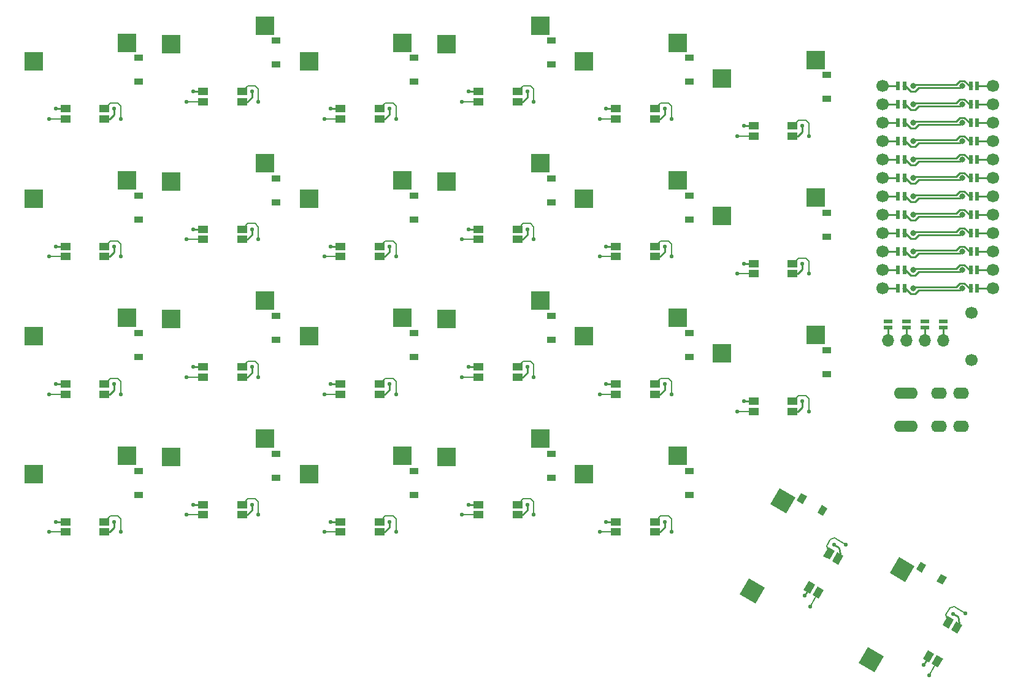
<source format=gbl>
G04 #@! TF.GenerationSoftware,KiCad,Pcbnew,8.0.8+1*
G04 #@! TF.CreationDate,2025-06-17T15:50:22+00:00*
G04 #@! TF.ProjectId,eggada50,65676761-6461-4353-902e-6b696361645f,0.2*
G04 #@! TF.SameCoordinates,Original*
G04 #@! TF.FileFunction,Copper,L2,Bot*
G04 #@! TF.FilePolarity,Positive*
%FSLAX46Y46*%
G04 Gerber Fmt 4.6, Leading zero omitted, Abs format (unit mm)*
G04 Created by KiCad (PCBNEW 8.0.8+1) date 2025-06-17 15:50:22*
%MOMM*%
%LPD*%
G01*
G04 APERTURE LIST*
G04 #@! TA.AperFunction,SMDPad,CuDef*
%ADD10R,2.550000X2.500000*%
G04 #@! TD*
G04 #@! TA.AperFunction,SMDPad,CuDef*
%ADD11R,1.200000X0.900000*%
G04 #@! TD*
G04 #@! TA.AperFunction,ComponentPad*
%ADD12C,1.700000*%
G04 #@! TD*
G04 #@! TA.AperFunction,ComponentPad*
%ADD13C,0.800000*%
G04 #@! TD*
G04 #@! TA.AperFunction,SMDPad,CuDef*
%ADD14R,0.600000X1.200000*%
G04 #@! TD*
G04 #@! TA.AperFunction,SMDPad,CuDef*
%ADD15R,1.200000X0.600000*%
G04 #@! TD*
G04 #@! TA.AperFunction,ComponentPad*
%ADD16O,1.700000X1.700000*%
G04 #@! TD*
G04 #@! TA.AperFunction,ComponentPad*
%ADD17O,2.200000X1.600000*%
G04 #@! TD*
G04 #@! TA.AperFunction,ComponentPad*
%ADD18O,3.300000X1.600000*%
G04 #@! TD*
G04 #@! TA.AperFunction,SMDPad,CuDef*
%ADD19R,1.400000X1.000000*%
G04 #@! TD*
G04 #@! TA.AperFunction,ViaPad*
%ADD20C,0.560000*%
G04 #@! TD*
G04 #@! TA.AperFunction,Conductor*
%ADD21C,0.250000*%
G04 #@! TD*
G04 #@! TA.AperFunction,Conductor*
%ADD22C,0.150000*%
G04 #@! TD*
G04 APERTURE END LIST*
D10*
X92915000Y-97460000D03*
X105842000Y-94920000D03*
X92915000Y-78460000D03*
X105842000Y-75920000D03*
X92915000Y-59460000D03*
X105842000Y-56920000D03*
X92915000Y-40460000D03*
X105842000Y-37920000D03*
X111915000Y-95085000D03*
X124842000Y-92545000D03*
X111915000Y-76085000D03*
X124842000Y-73545000D03*
X111915000Y-57085000D03*
X124842000Y-54545000D03*
X111915000Y-38085000D03*
X124842000Y-35545000D03*
X130915000Y-97460000D03*
X143842000Y-94920000D03*
X130915000Y-78460000D03*
X143842000Y-75920000D03*
X130915000Y-59460000D03*
X143842000Y-56920000D03*
X130915000Y-40460000D03*
X143842000Y-37920000D03*
X149915000Y-95085000D03*
X162842000Y-92545000D03*
X149915000Y-76085000D03*
X162842000Y-73545000D03*
X149915000Y-57085000D03*
X162842000Y-54545000D03*
X149915000Y-38085000D03*
X162842000Y-35545000D03*
X168915000Y-97460000D03*
X181842000Y-94920000D03*
X168915000Y-78460000D03*
X181842000Y-75920000D03*
X168915000Y-59460000D03*
X181842000Y-56920000D03*
X168915000Y-40460000D03*
X181842000Y-37920000D03*
X187915000Y-80835000D03*
X200842000Y-78295000D03*
X187915000Y-61835000D03*
X200842000Y-59295000D03*
X187915000Y-42835000D03*
X200842000Y-40295000D03*
G04 #@! TA.AperFunction,SMDPad,CuDef*
G36*
X192552827Y-115334972D02*
G01*
X190387763Y-114084972D01*
X191662763Y-111876608D01*
X193827827Y-113126608D01*
X192552827Y-115334972D01*
G37*
G04 #@! TD.AperFunction*
G04 #@! TA.AperFunction,SMDPad,CuDef*
G36*
X196816623Y-102869862D02*
G01*
X194651559Y-101619862D01*
X195926559Y-99411498D01*
X198091623Y-100661498D01*
X196816623Y-102869862D01*
G37*
G04 #@! TD.AperFunction*
G04 #@! TA.AperFunction,SMDPad,CuDef*
G36*
X209007310Y-124834972D02*
G01*
X206842246Y-123584972D01*
X208117246Y-121376608D01*
X210282310Y-122626608D01*
X209007310Y-124834972D01*
G37*
G04 #@! TD.AperFunction*
G04 #@! TA.AperFunction,SMDPad,CuDef*
G36*
X213271106Y-112369862D02*
G01*
X211106042Y-111119862D01*
X212381042Y-108911498D01*
X214546106Y-110161498D01*
X213271106Y-112369862D01*
G37*
G04 #@! TD.AperFunction*
D11*
X107400000Y-97025000D03*
X107400000Y-100325000D03*
X107400000Y-78025000D03*
X107400000Y-81325000D03*
X107400000Y-59025000D03*
X107400000Y-62325000D03*
X107400000Y-40025000D03*
X107400000Y-43325000D03*
X126400000Y-94650000D03*
X126400000Y-97950000D03*
X126400000Y-75650000D03*
X126400000Y-78950000D03*
X126400000Y-56650000D03*
X126400000Y-59950000D03*
X126400000Y-37650000D03*
X126400000Y-40950000D03*
X145400000Y-97025000D03*
X145400000Y-100325000D03*
X145400000Y-78025000D03*
X145400000Y-81325000D03*
X145400000Y-59025000D03*
X145400000Y-62325000D03*
X145400000Y-40025000D03*
X145400000Y-43325000D03*
X164400000Y-94650000D03*
X164400000Y-97950000D03*
X164400000Y-75650000D03*
X164400000Y-78950000D03*
X164400000Y-56650000D03*
X164400000Y-59950000D03*
X164400000Y-37650000D03*
X164400000Y-40950000D03*
X183400000Y-97025000D03*
X183400000Y-100325000D03*
X183400000Y-78025000D03*
X183400000Y-81325000D03*
X183400000Y-59025000D03*
X183400000Y-62325000D03*
X183400000Y-40025000D03*
X183400000Y-43325000D03*
X202400000Y-80400000D03*
X202400000Y-83700000D03*
X202400000Y-61400000D03*
X202400000Y-64700000D03*
X202400000Y-42400000D03*
X202400000Y-45700000D03*
G04 #@! TA.AperFunction,SMDPad,CuDef*
G36*
X199663285Y-100549297D02*
G01*
X199063285Y-101588527D01*
X198283863Y-101138527D01*
X198883863Y-100099297D01*
X199663285Y-100549297D01*
G37*
G04 #@! TD.AperFunction*
G04 #@! TA.AperFunction,SMDPad,CuDef*
G36*
X202521169Y-102199297D02*
G01*
X201921169Y-103238527D01*
X201141747Y-102788527D01*
X201741747Y-101749297D01*
X202521169Y-102199297D01*
G37*
G04 #@! TD.AperFunction*
G04 #@! TA.AperFunction,SMDPad,CuDef*
G36*
X216117768Y-110049297D02*
G01*
X215517768Y-111088527D01*
X214738346Y-110638527D01*
X215338346Y-109599297D01*
X216117768Y-110049297D01*
G37*
G04 #@! TD.AperFunction*
G04 #@! TA.AperFunction,SMDPad,CuDef*
G36*
X218975652Y-111699297D02*
G01*
X218375652Y-112738527D01*
X217596230Y-112288527D01*
X218196230Y-111249297D01*
X218975652Y-111699297D01*
G37*
G04 #@! TD.AperFunction*
D12*
X210084000Y-43920000D03*
X225324000Y-43920000D03*
D13*
X214304000Y-43920000D03*
X221104000Y-43920000D03*
D14*
X212224000Y-43920000D03*
X213124000Y-43920000D03*
X222284000Y-43920000D03*
X223184000Y-43920000D03*
D12*
X210084000Y-46460000D03*
X225324000Y-46460000D03*
D13*
X214304000Y-46460000D03*
X221104000Y-46460000D03*
D14*
X212224000Y-46460000D03*
X213124000Y-46460000D03*
X222284000Y-46460000D03*
X223184000Y-46460000D03*
D12*
X210084000Y-49000000D03*
X225324000Y-49000000D03*
D13*
X214304000Y-49000000D03*
X221104000Y-49000000D03*
D14*
X212224000Y-49000000D03*
X213124000Y-49000000D03*
X222284000Y-49000000D03*
X223184000Y-49000000D03*
D12*
X210084000Y-51540000D03*
X225324000Y-51540000D03*
D13*
X214304000Y-51540000D03*
X221104000Y-51540000D03*
D14*
X212224000Y-51540000D03*
X213124000Y-51540000D03*
X222284000Y-51540000D03*
X223184000Y-51540000D03*
D12*
X210084000Y-54080000D03*
X225324000Y-54080000D03*
D13*
X214304000Y-54080000D03*
X221104000Y-54080000D03*
D14*
X212224000Y-54080000D03*
X213124000Y-54080000D03*
X222284000Y-54080000D03*
X223184000Y-54080000D03*
D12*
X210084000Y-56620000D03*
X225324000Y-56620000D03*
D13*
X214304000Y-56620000D03*
X221104000Y-56620000D03*
D14*
X212224000Y-56620000D03*
X213124000Y-56620000D03*
X222284000Y-56620000D03*
X223184000Y-56620000D03*
D12*
X210084000Y-59160000D03*
X225324000Y-59160000D03*
D13*
X214304000Y-59160000D03*
X221104000Y-59160000D03*
D14*
X212224000Y-59160000D03*
X213124000Y-59160000D03*
X222284000Y-59160000D03*
X223184000Y-59160000D03*
D12*
X210084000Y-61700000D03*
X225324000Y-61700000D03*
D13*
X214304000Y-61700000D03*
X221104000Y-61700000D03*
D14*
X212224000Y-61700000D03*
X213124000Y-61700000D03*
X222284000Y-61700000D03*
X223184000Y-61700000D03*
D12*
X210084000Y-64240000D03*
X225324000Y-64240000D03*
D13*
X214304000Y-64240000D03*
X221104000Y-64240000D03*
D14*
X212224000Y-64240000D03*
X213124000Y-64240000D03*
X222284000Y-64240000D03*
X223184000Y-64240000D03*
D12*
X210084000Y-66780000D03*
X225324000Y-66780000D03*
D13*
X214304000Y-66780000D03*
X221104000Y-66780000D03*
D14*
X212224000Y-66780000D03*
X213124000Y-66780000D03*
X222284000Y-66780000D03*
X223184000Y-66780000D03*
D12*
X210084000Y-69320000D03*
X225324000Y-69320000D03*
D13*
X214304000Y-69320000D03*
X221104000Y-69320000D03*
D14*
X212224000Y-69320000D03*
X213124000Y-69320000D03*
X222284000Y-69320000D03*
X223184000Y-69320000D03*
D12*
X210084000Y-71860000D03*
X225324000Y-71860000D03*
D13*
X214304000Y-71860000D03*
X221104000Y-71860000D03*
D14*
X212224000Y-71860000D03*
X213124000Y-71860000D03*
X222284000Y-71860000D03*
X223184000Y-71860000D03*
D15*
X218457000Y-76358000D03*
X215917000Y-76358000D03*
X213377000Y-76358000D03*
X210837000Y-76358000D03*
X218457000Y-77258000D03*
X215917000Y-77258000D03*
X213377000Y-77258000D03*
X210837000Y-77258000D03*
D16*
X210837000Y-79008000D03*
X213377000Y-79008000D03*
X215917000Y-79008000D03*
X218457000Y-79008000D03*
D12*
X222350000Y-81751000D03*
X222350000Y-75251000D03*
D17*
X220910000Y-86260000D03*
X217910000Y-86260000D03*
D18*
X213360000Y-86260000D03*
D17*
X220910000Y-90860000D03*
X217910000Y-90860000D03*
D18*
X213360000Y-90860000D03*
D19*
X97300000Y-105450000D03*
X97300000Y-104050000D03*
X102700000Y-105450000D03*
X102700000Y-104050000D03*
X97300000Y-86450000D03*
X97300000Y-85050000D03*
X102700000Y-86450000D03*
X102700000Y-85050000D03*
X97300000Y-67450000D03*
X97300000Y-66050000D03*
X102700000Y-67450000D03*
X102700000Y-66050000D03*
X97300000Y-48450000D03*
X97300000Y-47050000D03*
X102700000Y-48450000D03*
X102700000Y-47050000D03*
X116300000Y-103075000D03*
X116300000Y-101675000D03*
X121700000Y-103075000D03*
X121700000Y-101675000D03*
X116300000Y-84075000D03*
X116300000Y-82675000D03*
X121700000Y-84075000D03*
X121700000Y-82675000D03*
X116300000Y-65075000D03*
X116300000Y-63675000D03*
X121700000Y-65075000D03*
X121700000Y-63675000D03*
X116300000Y-46075000D03*
X116300000Y-44675000D03*
X121700000Y-46075000D03*
X121700000Y-44675000D03*
X135300000Y-105450000D03*
X135300000Y-104050000D03*
X140700000Y-105450000D03*
X140700000Y-104050000D03*
X135300000Y-86450000D03*
X135300000Y-85050000D03*
X140700000Y-86450000D03*
X140700000Y-85050000D03*
X135300000Y-67450000D03*
X135300000Y-66050000D03*
X140700000Y-67450000D03*
X140700000Y-66050000D03*
X135300000Y-48450000D03*
X135300000Y-47050000D03*
X140700000Y-48450000D03*
X140700000Y-47050000D03*
X154300000Y-103075000D03*
X154300000Y-101675000D03*
X159700000Y-103075000D03*
X159700000Y-101675000D03*
X154300000Y-84075000D03*
X154300000Y-82675000D03*
X159700000Y-84075000D03*
X159700000Y-82675000D03*
X154300000Y-65075000D03*
X154300000Y-63675000D03*
X159700000Y-65075000D03*
X159700000Y-63675000D03*
X154300000Y-46075000D03*
X154300000Y-44675000D03*
X159700000Y-46075000D03*
X159700000Y-44675000D03*
X173300000Y-105450000D03*
X173300000Y-104050000D03*
X178700000Y-105450000D03*
X178700000Y-104050000D03*
X173300000Y-86450000D03*
X173300000Y-85050000D03*
X178700000Y-86450000D03*
X178700000Y-85050000D03*
X173300000Y-67450000D03*
X173300000Y-66050000D03*
X178700000Y-67450000D03*
X178700000Y-66050000D03*
X173300000Y-48450000D03*
X173300000Y-47050000D03*
X178700000Y-48450000D03*
X178700000Y-47050000D03*
X192300000Y-88825000D03*
X192300000Y-87425000D03*
X197700000Y-88825000D03*
X197700000Y-87425000D03*
X192300000Y-69825000D03*
X192300000Y-68425000D03*
X197700000Y-69825000D03*
X197700000Y-68425000D03*
X192300000Y-50825000D03*
X192300000Y-49425000D03*
X197700000Y-50825000D03*
X197700000Y-49425000D03*
G04 #@! TA.AperFunction,SMDPad,CuDef*
G36*
X201136826Y-112947051D02*
G01*
X202002852Y-113447051D01*
X201302852Y-114659487D01*
X200436826Y-114159487D01*
X201136826Y-112947051D01*
G37*
G04 #@! TD.AperFunction*
G04 #@! TA.AperFunction,SMDPad,CuDef*
G36*
X199924390Y-112247051D02*
G01*
X200790416Y-112747051D01*
X200090416Y-113959487D01*
X199224390Y-113459487D01*
X199924390Y-112247051D01*
G37*
G04 #@! TD.AperFunction*
G04 #@! TA.AperFunction,SMDPad,CuDef*
G36*
X203836826Y-108270513D02*
G01*
X204702852Y-108770513D01*
X204002852Y-109982949D01*
X203136826Y-109482949D01*
X203836826Y-108270513D01*
G37*
G04 #@! TD.AperFunction*
G04 #@! TA.AperFunction,SMDPad,CuDef*
G36*
X202624390Y-107570513D02*
G01*
X203490416Y-108070513D01*
X202790416Y-109282949D01*
X201924390Y-108782949D01*
X202624390Y-107570513D01*
G37*
G04 #@! TD.AperFunction*
G04 #@! TA.AperFunction,SMDPad,CuDef*
G36*
X217591308Y-122447051D02*
G01*
X218457334Y-122947051D01*
X217757334Y-124159487D01*
X216891308Y-123659487D01*
X217591308Y-122447051D01*
G37*
G04 #@! TD.AperFunction*
G04 #@! TA.AperFunction,SMDPad,CuDef*
G36*
X216378872Y-121747051D02*
G01*
X217244898Y-122247051D01*
X216544898Y-123459487D01*
X215678872Y-122959487D01*
X216378872Y-121747051D01*
G37*
G04 #@! TD.AperFunction*
G04 #@! TA.AperFunction,SMDPad,CuDef*
G36*
X220291308Y-117770513D02*
G01*
X221157334Y-118270513D01*
X220457334Y-119482949D01*
X219591308Y-118982949D01*
X220291308Y-117770513D01*
G37*
G04 #@! TD.AperFunction*
G04 #@! TA.AperFunction,SMDPad,CuDef*
G36*
X219078872Y-117070513D02*
G01*
X219944898Y-117570513D01*
X219244898Y-118782949D01*
X218378872Y-118282949D01*
X219078872Y-117070513D01*
G37*
G04 #@! TD.AperFunction*
D20*
X95940000Y-104050000D03*
X95050000Y-105450000D03*
X104060000Y-104050000D03*
X104950000Y-105450000D03*
X95940000Y-85050000D03*
X95050000Y-86450000D03*
X104060000Y-85050000D03*
X104950000Y-86450000D03*
X95940000Y-66050000D03*
X95050000Y-67450000D03*
X104060000Y-66050000D03*
X104950000Y-67450000D03*
X95940000Y-47050000D03*
X95050000Y-48450000D03*
X104060000Y-47050000D03*
X104950000Y-48450000D03*
X114940000Y-101675000D03*
X114050000Y-103075000D03*
X123060000Y-101675000D03*
X123950000Y-103075000D03*
X114940000Y-82675000D03*
X114050000Y-84075000D03*
X123060000Y-82675000D03*
X123950000Y-84075000D03*
X114940000Y-63675000D03*
X114050000Y-65075000D03*
X123060000Y-63675000D03*
X123950000Y-65075000D03*
X114940000Y-44675000D03*
X114050000Y-46075000D03*
X123060000Y-44675000D03*
X123950000Y-46075000D03*
X133940000Y-104050000D03*
X133050000Y-105450000D03*
X142060000Y-104050000D03*
X142950000Y-105450000D03*
X133940000Y-85050000D03*
X133050000Y-86450000D03*
X142060000Y-85050000D03*
X142950000Y-86450000D03*
X133940000Y-66050000D03*
X133050000Y-67450000D03*
X142060000Y-66050000D03*
X142950000Y-67450000D03*
X133940000Y-47050000D03*
X133050000Y-48450000D03*
X142060000Y-47050000D03*
X142950000Y-48450000D03*
X152940000Y-101675000D03*
X152050000Y-103075000D03*
X161060000Y-101675000D03*
X161950000Y-103075000D03*
X152940000Y-82675000D03*
X152050000Y-84075000D03*
X161060000Y-82675000D03*
X161950000Y-84075000D03*
X152940000Y-63675000D03*
X152050000Y-65075000D03*
X161060000Y-63675000D03*
X161950000Y-65075000D03*
X152940000Y-44675000D03*
X152050000Y-46075000D03*
X161060000Y-44675000D03*
X161950000Y-46075000D03*
X171940000Y-104050000D03*
X171050000Y-105450000D03*
X180060000Y-104050000D03*
X180950000Y-105450000D03*
X171940000Y-85050000D03*
X171050000Y-86450000D03*
X180060000Y-85050000D03*
X180950000Y-86450000D03*
X171940000Y-66050000D03*
X171050000Y-67450000D03*
X180060000Y-66050000D03*
X180950000Y-67450000D03*
X171940000Y-47050000D03*
X171050000Y-48450000D03*
X180060000Y-47050000D03*
X180950000Y-48450000D03*
X190940000Y-87425000D03*
X190050000Y-88825000D03*
X199060000Y-87425000D03*
X199950000Y-88825000D03*
X190940000Y-68425000D03*
X190050000Y-69825000D03*
X199060000Y-68425000D03*
X199950000Y-69825000D03*
X190940000Y-49425000D03*
X190050000Y-50825000D03*
X199060000Y-49425000D03*
X199950000Y-50825000D03*
X199327403Y-114281063D03*
X200094839Y-115751826D03*
X203387403Y-107248937D03*
X205044839Y-107178174D03*
X215781886Y-123781063D03*
X216549321Y-125251826D03*
X219841886Y-116748937D03*
X221499321Y-116678174D03*
D21*
X210084000Y-43920000D02*
X212204000Y-43920000D01*
X225324000Y-43920000D02*
X223204000Y-43920000D01*
X215099305Y-44150000D02*
X220874000Y-44150000D01*
X212929000Y-43920000D02*
X213278695Y-43920000D01*
X214003695Y-44645000D02*
X214604305Y-44645000D01*
X213278695Y-43920000D02*
X214003695Y-44645000D01*
X214604305Y-44645000D02*
X215099305Y-44150000D01*
X222479000Y-43920000D02*
X222129305Y-43920000D01*
X220298695Y-43700000D02*
X214524000Y-43700000D01*
X222129305Y-43920000D02*
X221404305Y-43195000D01*
X221404305Y-43195000D02*
X220803695Y-43195000D01*
X220803695Y-43195000D02*
X220298695Y-43700000D01*
X210084000Y-46460000D02*
X212204000Y-46460000D01*
X225324000Y-46460000D02*
X223204000Y-46460000D01*
X215099305Y-46690000D02*
X220874000Y-46690000D01*
X212929000Y-46460000D02*
X213278695Y-46460000D01*
X214003695Y-47185000D02*
X214604305Y-47185000D01*
X213278695Y-46460000D02*
X214003695Y-47185000D01*
X214604305Y-47185000D02*
X215099305Y-46690000D01*
X222479000Y-46460000D02*
X222129305Y-46460000D01*
X220298695Y-46240000D02*
X214524000Y-46240000D01*
X222129305Y-46460000D02*
X221404305Y-45735000D01*
X221404305Y-45735000D02*
X220803695Y-45735000D01*
X220803695Y-45735000D02*
X220298695Y-46240000D01*
X210084000Y-49000000D02*
X212204000Y-49000000D01*
X225324000Y-49000000D02*
X223204000Y-49000000D01*
X215099305Y-49230000D02*
X220874000Y-49230000D01*
X212929000Y-49000000D02*
X213278695Y-49000000D01*
X214003695Y-49725000D02*
X214604305Y-49725000D01*
X213278695Y-49000000D02*
X214003695Y-49725000D01*
X214604305Y-49725000D02*
X215099305Y-49230000D01*
X222479000Y-49000000D02*
X222129305Y-49000000D01*
X220298695Y-48780000D02*
X214524000Y-48780000D01*
X222129305Y-49000000D02*
X221404305Y-48275000D01*
X221404305Y-48275000D02*
X220803695Y-48275000D01*
X220803695Y-48275000D02*
X220298695Y-48780000D01*
X210084000Y-51540000D02*
X212204000Y-51540000D01*
X225324000Y-51540000D02*
X223204000Y-51540000D01*
X215099305Y-51770000D02*
X220874000Y-51770000D01*
X212929000Y-51540000D02*
X213278695Y-51540000D01*
X214003695Y-52265000D02*
X214604305Y-52265000D01*
X213278695Y-51540000D02*
X214003695Y-52265000D01*
X214604305Y-52265000D02*
X215099305Y-51770000D01*
X222479000Y-51540000D02*
X222129305Y-51540000D01*
X220298695Y-51320000D02*
X214524000Y-51320000D01*
X222129305Y-51540000D02*
X221404305Y-50815000D01*
X221404305Y-50815000D02*
X220803695Y-50815000D01*
X220803695Y-50815000D02*
X220298695Y-51320000D01*
X210084000Y-54080000D02*
X212204000Y-54080000D01*
X225324000Y-54080000D02*
X223204000Y-54080000D01*
X215099305Y-54310000D02*
X220874000Y-54310000D01*
X212929000Y-54080000D02*
X213278695Y-54080000D01*
X214003695Y-54805000D02*
X214604305Y-54805000D01*
X213278695Y-54080000D02*
X214003695Y-54805000D01*
X214604305Y-54805000D02*
X215099305Y-54310000D01*
X222479000Y-54080000D02*
X222129305Y-54080000D01*
X220298695Y-53860000D02*
X214524000Y-53860000D01*
X222129305Y-54080000D02*
X221404305Y-53355000D01*
X221404305Y-53355000D02*
X220803695Y-53355000D01*
X220803695Y-53355000D02*
X220298695Y-53860000D01*
X210084000Y-56620000D02*
X212204000Y-56620000D01*
X225324000Y-56620000D02*
X223204000Y-56620000D01*
X215099305Y-56850000D02*
X220874000Y-56850000D01*
X212929000Y-56620000D02*
X213278695Y-56620000D01*
X214003695Y-57345000D02*
X214604305Y-57345000D01*
X213278695Y-56620000D02*
X214003695Y-57345000D01*
X214604305Y-57345000D02*
X215099305Y-56850000D01*
X222479000Y-56620000D02*
X222129305Y-56620000D01*
X220298695Y-56400000D02*
X214524000Y-56400000D01*
X222129305Y-56620000D02*
X221404305Y-55895000D01*
X221404305Y-55895000D02*
X220803695Y-55895000D01*
X220803695Y-55895000D02*
X220298695Y-56400000D01*
X210084000Y-59160000D02*
X212204000Y-59160000D01*
X225324000Y-59160000D02*
X223204000Y-59160000D01*
X215099305Y-59390000D02*
X220874000Y-59390000D01*
X212929000Y-59160000D02*
X213278695Y-59160000D01*
X214003695Y-59885000D02*
X214604305Y-59885000D01*
X213278695Y-59160000D02*
X214003695Y-59885000D01*
X214604305Y-59885000D02*
X215099305Y-59390000D01*
X222479000Y-59160000D02*
X222129305Y-59160000D01*
X220298695Y-58940000D02*
X214524000Y-58940000D01*
X222129305Y-59160000D02*
X221404305Y-58435000D01*
X221404305Y-58435000D02*
X220803695Y-58435000D01*
X220803695Y-58435000D02*
X220298695Y-58940000D01*
X210084000Y-61700000D02*
X212204000Y-61700000D01*
X225324000Y-61700000D02*
X223204000Y-61700000D01*
X215099305Y-61930000D02*
X220874000Y-61930000D01*
X212929000Y-61700000D02*
X213278695Y-61700000D01*
X214003695Y-62425000D02*
X214604305Y-62425000D01*
X213278695Y-61700000D02*
X214003695Y-62425000D01*
X214604305Y-62425000D02*
X215099305Y-61930000D01*
X222479000Y-61700000D02*
X222129305Y-61700000D01*
X220298695Y-61480000D02*
X214524000Y-61480000D01*
X222129305Y-61700000D02*
X221404305Y-60975000D01*
X221404305Y-60975000D02*
X220803695Y-60975000D01*
X220803695Y-60975000D02*
X220298695Y-61480000D01*
X210084000Y-64240000D02*
X212204000Y-64240000D01*
X225324000Y-64240000D02*
X223204000Y-64240000D01*
X215099305Y-64470000D02*
X220874000Y-64470000D01*
X212929000Y-64240000D02*
X213278695Y-64240000D01*
X214003695Y-64965000D02*
X214604305Y-64965000D01*
X213278695Y-64240000D02*
X214003695Y-64965000D01*
X214604305Y-64965000D02*
X215099305Y-64470000D01*
X222479000Y-64240000D02*
X222129305Y-64240000D01*
X220298695Y-64020000D02*
X214524000Y-64020000D01*
X222129305Y-64240000D02*
X221404305Y-63515000D01*
X221404305Y-63515000D02*
X220803695Y-63515000D01*
X220803695Y-63515000D02*
X220298695Y-64020000D01*
X210084000Y-66780000D02*
X212204000Y-66780000D01*
X225324000Y-66780000D02*
X223204000Y-66780000D01*
X215099305Y-67010000D02*
X220874000Y-67010000D01*
X212929000Y-66780000D02*
X213278695Y-66780000D01*
X214003695Y-67505000D02*
X214604305Y-67505000D01*
X213278695Y-66780000D02*
X214003695Y-67505000D01*
X214604305Y-67505000D02*
X215099305Y-67010000D01*
X222479000Y-66780000D02*
X222129305Y-66780000D01*
X220298695Y-66560000D02*
X214524000Y-66560000D01*
X222129305Y-66780000D02*
X221404305Y-66055000D01*
X221404305Y-66055000D02*
X220803695Y-66055000D01*
X220803695Y-66055000D02*
X220298695Y-66560000D01*
X210084000Y-69320000D02*
X212204000Y-69320000D01*
X225324000Y-69320000D02*
X223204000Y-69320000D01*
X215099305Y-69550000D02*
X220874000Y-69550000D01*
X212929000Y-69320000D02*
X213278695Y-69320000D01*
X214003695Y-70045000D02*
X214604305Y-70045000D01*
X213278695Y-69320000D02*
X214003695Y-70045000D01*
X214604305Y-70045000D02*
X215099305Y-69550000D01*
X222479000Y-69320000D02*
X222129305Y-69320000D01*
X220298695Y-69100000D02*
X214524000Y-69100000D01*
X222129305Y-69320000D02*
X221404305Y-68595000D01*
X221404305Y-68595000D02*
X220803695Y-68595000D01*
X220803695Y-68595000D02*
X220298695Y-69100000D01*
X210084000Y-71860000D02*
X212204000Y-71860000D01*
X225324000Y-71860000D02*
X223204000Y-71860000D01*
X215099305Y-72090000D02*
X220874000Y-72090000D01*
X212929000Y-71860000D02*
X213278695Y-71860000D01*
X214003695Y-72585000D02*
X214604305Y-72585000D01*
X213278695Y-71860000D02*
X214003695Y-72585000D01*
X214604305Y-72585000D02*
X215099305Y-72090000D01*
X222479000Y-71860000D02*
X222129305Y-71860000D01*
X220298695Y-71640000D02*
X214524000Y-71640000D01*
X222129305Y-71860000D02*
X221404305Y-71135000D01*
X221404305Y-71135000D02*
X220803695Y-71135000D01*
X220803695Y-71135000D02*
X220298695Y-71640000D01*
X210837000Y-79008000D02*
X210837000Y-77258000D01*
X213377000Y-79008000D02*
X213377000Y-77258000D01*
X215917000Y-79008000D02*
X215917000Y-77258000D01*
X218457000Y-79008000D02*
X218457000Y-77258000D01*
X97300000Y-104050000D02*
X95940000Y-104050000D01*
D22*
X95050000Y-105450000D02*
X97300000Y-105450000D01*
D21*
X103400000Y-105450000D02*
X104060000Y-104855916D01*
X104060000Y-104855916D02*
X104060000Y-104050000D01*
X102700000Y-105450000D02*
X103400000Y-105450000D01*
D22*
X102700000Y-104050000D02*
X103481000Y-103265000D01*
X103481000Y-103265000D02*
X104529000Y-103265000D01*
X104950000Y-103690000D02*
X104950000Y-105450000D01*
X104529000Y-103265000D02*
X104950000Y-103690000D01*
D21*
X97300000Y-85050000D02*
X95940000Y-85050000D01*
D22*
X95050000Y-86450000D02*
X97300000Y-86450000D01*
D21*
X103400000Y-86450000D02*
X104060000Y-85855916D01*
X104060000Y-85855916D02*
X104060000Y-85050000D01*
X102700000Y-86450000D02*
X103400000Y-86450000D01*
D22*
X102700000Y-85050000D02*
X103481000Y-84265000D01*
X103481000Y-84265000D02*
X104529000Y-84265000D01*
X104950000Y-84690000D02*
X104950000Y-86450000D01*
X104529000Y-84265000D02*
X104950000Y-84690000D01*
D21*
X97300000Y-66050000D02*
X95940000Y-66050000D01*
D22*
X95050000Y-67450000D02*
X97300000Y-67450000D01*
D21*
X103400000Y-67450000D02*
X104060000Y-66855916D01*
X104060000Y-66855916D02*
X104060000Y-66050000D01*
X102700000Y-67450000D02*
X103400000Y-67450000D01*
D22*
X102700000Y-66050000D02*
X103481000Y-65265000D01*
X103481000Y-65265000D02*
X104529000Y-65265000D01*
X104950000Y-65690000D02*
X104950000Y-67450000D01*
X104529000Y-65265000D02*
X104950000Y-65690000D01*
D21*
X97300000Y-47050000D02*
X95940000Y-47050000D01*
D22*
X95050000Y-48450000D02*
X97300000Y-48450000D01*
D21*
X103400000Y-48450000D02*
X104060000Y-47855916D01*
X104060000Y-47855916D02*
X104060000Y-47050000D01*
X102700000Y-48450000D02*
X103400000Y-48450000D01*
D22*
X102700000Y-47050000D02*
X103481000Y-46265000D01*
X103481000Y-46265000D02*
X104529000Y-46265000D01*
X104950000Y-46690000D02*
X104950000Y-48450000D01*
X104529000Y-46265000D02*
X104950000Y-46690000D01*
D21*
X116300000Y-101675000D02*
X114940000Y-101675000D01*
D22*
X114050000Y-103075000D02*
X116300000Y-103075000D01*
D21*
X122400000Y-103075000D02*
X123060000Y-102480916D01*
X123060000Y-102480916D02*
X123060000Y-101675000D01*
X121700000Y-103075000D02*
X122400000Y-103075000D01*
D22*
X121700000Y-101675000D02*
X122481000Y-100890000D01*
X122481000Y-100890000D02*
X123529000Y-100890000D01*
X123950000Y-101315000D02*
X123950000Y-103075000D01*
X123529000Y-100890000D02*
X123950000Y-101315000D01*
D21*
X116300000Y-82675000D02*
X114940000Y-82675000D01*
D22*
X114050000Y-84075000D02*
X116300000Y-84075000D01*
D21*
X122400000Y-84075000D02*
X123060000Y-83480916D01*
X123060000Y-83480916D02*
X123060000Y-82675000D01*
X121700000Y-84075000D02*
X122400000Y-84075000D01*
D22*
X121700000Y-82675000D02*
X122481000Y-81890000D01*
X122481000Y-81890000D02*
X123529000Y-81890000D01*
X123950000Y-82315000D02*
X123950000Y-84075000D01*
X123529000Y-81890000D02*
X123950000Y-82315000D01*
D21*
X116300000Y-63675000D02*
X114940000Y-63675000D01*
D22*
X114050000Y-65075000D02*
X116300000Y-65075000D01*
D21*
X122400000Y-65075000D02*
X123060000Y-64480916D01*
X123060000Y-64480916D02*
X123060000Y-63675000D01*
X121700000Y-65075000D02*
X122400000Y-65075000D01*
D22*
X121700000Y-63675000D02*
X122481000Y-62890000D01*
X122481000Y-62890000D02*
X123529000Y-62890000D01*
X123950000Y-63315000D02*
X123950000Y-65075000D01*
X123529000Y-62890000D02*
X123950000Y-63315000D01*
D21*
X116300000Y-44675000D02*
X114940000Y-44675000D01*
D22*
X114050000Y-46075000D02*
X116300000Y-46075000D01*
D21*
X122400000Y-46075000D02*
X123060000Y-45480916D01*
X123060000Y-45480916D02*
X123060000Y-44675000D01*
X121700000Y-46075000D02*
X122400000Y-46075000D01*
D22*
X121700000Y-44675000D02*
X122481000Y-43890000D01*
X122481000Y-43890000D02*
X123529000Y-43890000D01*
X123950000Y-44315000D02*
X123950000Y-46075000D01*
X123529000Y-43890000D02*
X123950000Y-44315000D01*
D21*
X135300000Y-104050000D02*
X133940000Y-104050000D01*
D22*
X133050000Y-105450000D02*
X135300000Y-105450000D01*
D21*
X141400000Y-105450000D02*
X142060000Y-104855916D01*
X142060000Y-104855916D02*
X142060000Y-104050000D01*
X140700000Y-105450000D02*
X141400000Y-105450000D01*
D22*
X140700000Y-104050000D02*
X141481000Y-103265000D01*
X141481000Y-103265000D02*
X142529000Y-103265000D01*
X142950000Y-103690000D02*
X142950000Y-105450000D01*
X142529000Y-103265000D02*
X142950000Y-103690000D01*
D21*
X135300000Y-85050000D02*
X133940000Y-85050000D01*
D22*
X133050000Y-86450000D02*
X135300000Y-86450000D01*
D21*
X141400000Y-86450000D02*
X142060000Y-85855916D01*
X142060000Y-85855916D02*
X142060000Y-85050000D01*
X140700000Y-86450000D02*
X141400000Y-86450000D01*
D22*
X140700000Y-85050000D02*
X141481000Y-84265000D01*
X141481000Y-84265000D02*
X142529000Y-84265000D01*
X142950000Y-84690000D02*
X142950000Y-86450000D01*
X142529000Y-84265000D02*
X142950000Y-84690000D01*
D21*
X135300000Y-66050000D02*
X133940000Y-66050000D01*
D22*
X133050000Y-67450000D02*
X135300000Y-67450000D01*
D21*
X141400000Y-67450000D02*
X142060000Y-66855916D01*
X142060000Y-66855916D02*
X142060000Y-66050000D01*
X140700000Y-67450000D02*
X141400000Y-67450000D01*
D22*
X140700000Y-66050000D02*
X141481000Y-65265000D01*
X141481000Y-65265000D02*
X142529000Y-65265000D01*
X142950000Y-65690000D02*
X142950000Y-67450000D01*
X142529000Y-65265000D02*
X142950000Y-65690000D01*
D21*
X135300000Y-47050000D02*
X133940000Y-47050000D01*
D22*
X133050000Y-48450000D02*
X135300000Y-48450000D01*
D21*
X141400000Y-48450000D02*
X142060000Y-47855916D01*
X142060000Y-47855916D02*
X142060000Y-47050000D01*
X140700000Y-48450000D02*
X141400000Y-48450000D01*
D22*
X140700000Y-47050000D02*
X141481000Y-46265000D01*
X141481000Y-46265000D02*
X142529000Y-46265000D01*
X142950000Y-46690000D02*
X142950000Y-48450000D01*
X142529000Y-46265000D02*
X142950000Y-46690000D01*
D21*
X154300000Y-101675000D02*
X152940000Y-101675000D01*
D22*
X152050000Y-103075000D02*
X154300000Y-103075000D01*
D21*
X160400000Y-103075000D02*
X161060000Y-102480916D01*
X161060000Y-102480916D02*
X161060000Y-101675000D01*
X159700000Y-103075000D02*
X160400000Y-103075000D01*
D22*
X159700000Y-101675000D02*
X160481000Y-100890000D01*
X160481000Y-100890000D02*
X161529000Y-100890000D01*
X161950000Y-101315000D02*
X161950000Y-103075000D01*
X161529000Y-100890000D02*
X161950000Y-101315000D01*
D21*
X154300000Y-82675000D02*
X152940000Y-82675000D01*
D22*
X152050000Y-84075000D02*
X154300000Y-84075000D01*
D21*
X160400000Y-84075000D02*
X161060000Y-83480916D01*
X161060000Y-83480916D02*
X161060000Y-82675000D01*
X159700000Y-84075000D02*
X160400000Y-84075000D01*
D22*
X159700000Y-82675000D02*
X160481000Y-81890000D01*
X160481000Y-81890000D02*
X161529000Y-81890000D01*
X161950000Y-82315000D02*
X161950000Y-84075000D01*
X161529000Y-81890000D02*
X161950000Y-82315000D01*
D21*
X154300000Y-63675000D02*
X152940000Y-63675000D01*
D22*
X152050000Y-65075000D02*
X154300000Y-65075000D01*
D21*
X160400000Y-65075000D02*
X161060000Y-64480916D01*
X161060000Y-64480916D02*
X161060000Y-63675000D01*
X159700000Y-65075000D02*
X160400000Y-65075000D01*
D22*
X159700000Y-63675000D02*
X160481000Y-62890000D01*
X160481000Y-62890000D02*
X161529000Y-62890000D01*
X161950000Y-63315000D02*
X161950000Y-65075000D01*
X161529000Y-62890000D02*
X161950000Y-63315000D01*
D21*
X154300000Y-44675000D02*
X152940000Y-44675000D01*
D22*
X152050000Y-46075000D02*
X154300000Y-46075000D01*
D21*
X160400000Y-46075000D02*
X161060000Y-45480916D01*
X161060000Y-45480916D02*
X161060000Y-44675000D01*
X159700000Y-46075000D02*
X160400000Y-46075000D01*
D22*
X159700000Y-44675000D02*
X160481000Y-43890000D01*
X160481000Y-43890000D02*
X161529000Y-43890000D01*
X161950000Y-44315000D02*
X161950000Y-46075000D01*
X161529000Y-43890000D02*
X161950000Y-44315000D01*
D21*
X173300000Y-104050000D02*
X171940000Y-104050000D01*
D22*
X171050000Y-105450000D02*
X173300000Y-105450000D01*
D21*
X179400000Y-105450000D02*
X180060000Y-104855916D01*
X180060000Y-104855916D02*
X180060000Y-104050000D01*
X178700000Y-105450000D02*
X179400000Y-105450000D01*
D22*
X178700000Y-104050000D02*
X179481000Y-103265000D01*
X179481000Y-103265000D02*
X180529000Y-103265000D01*
X180950000Y-103690000D02*
X180950000Y-105450000D01*
X180529000Y-103265000D02*
X180950000Y-103690000D01*
D21*
X173300000Y-85050000D02*
X171940000Y-85050000D01*
D22*
X171050000Y-86450000D02*
X173300000Y-86450000D01*
D21*
X179400000Y-86450000D02*
X180060000Y-85855916D01*
X180060000Y-85855916D02*
X180060000Y-85050000D01*
X178700000Y-86450000D02*
X179400000Y-86450000D01*
D22*
X178700000Y-85050000D02*
X179481000Y-84265000D01*
X179481000Y-84265000D02*
X180529000Y-84265000D01*
X180950000Y-84690000D02*
X180950000Y-86450000D01*
X180529000Y-84265000D02*
X180950000Y-84690000D01*
D21*
X173300000Y-66050000D02*
X171940000Y-66050000D01*
D22*
X171050000Y-67450000D02*
X173300000Y-67450000D01*
D21*
X179400000Y-67450000D02*
X180060000Y-66855916D01*
X180060000Y-66855916D02*
X180060000Y-66050000D01*
X178700000Y-67450000D02*
X179400000Y-67450000D01*
D22*
X178700000Y-66050000D02*
X179481000Y-65265000D01*
X179481000Y-65265000D02*
X180529000Y-65265000D01*
X180950000Y-65690000D02*
X180950000Y-67450000D01*
X180529000Y-65265000D02*
X180950000Y-65690000D01*
D21*
X173300000Y-47050000D02*
X171940000Y-47050000D01*
D22*
X171050000Y-48450000D02*
X173300000Y-48450000D01*
D21*
X179400000Y-48450000D02*
X180060000Y-47855916D01*
X180060000Y-47855916D02*
X180060000Y-47050000D01*
X178700000Y-48450000D02*
X179400000Y-48450000D01*
D22*
X178700000Y-47050000D02*
X179481000Y-46265000D01*
X179481000Y-46265000D02*
X180529000Y-46265000D01*
X180950000Y-46690000D02*
X180950000Y-48450000D01*
X180529000Y-46265000D02*
X180950000Y-46690000D01*
D21*
X192300000Y-87425000D02*
X190940000Y-87425000D01*
D22*
X190050000Y-88825000D02*
X192300000Y-88825000D01*
D21*
X198400000Y-88825000D02*
X199060000Y-88230916D01*
X199060000Y-88230916D02*
X199060000Y-87425000D01*
X197700000Y-88825000D02*
X198400000Y-88825000D01*
D22*
X197700000Y-87425000D02*
X198481000Y-86640000D01*
X198481000Y-86640000D02*
X199529000Y-86640000D01*
X199950000Y-87065000D02*
X199950000Y-88825000D01*
X199529000Y-86640000D02*
X199950000Y-87065000D01*
D21*
X192300000Y-68425000D02*
X190940000Y-68425000D01*
D22*
X190050000Y-69825000D02*
X192300000Y-69825000D01*
D21*
X198400000Y-69825000D02*
X199060000Y-69230916D01*
X199060000Y-69230916D02*
X199060000Y-68425000D01*
X197700000Y-69825000D02*
X198400000Y-69825000D01*
D22*
X197700000Y-68425000D02*
X198481000Y-67640000D01*
X198481000Y-67640000D02*
X199529000Y-67640000D01*
X199950000Y-68065000D02*
X199950000Y-69825000D01*
X199529000Y-67640000D02*
X199950000Y-68065000D01*
D21*
X192300000Y-49425000D02*
X190940000Y-49425000D01*
D22*
X190050000Y-50825000D02*
X192300000Y-50825000D01*
D21*
X198400000Y-50825000D02*
X199060000Y-50230916D01*
X199060000Y-50230916D02*
X199060000Y-49425000D01*
X197700000Y-50825000D02*
X198400000Y-50825000D01*
D22*
X197700000Y-49425000D02*
X198481000Y-48640000D01*
X198481000Y-48640000D02*
X199529000Y-48640000D01*
X199950000Y-49065000D02*
X199950000Y-50825000D01*
X199529000Y-48640000D02*
X199950000Y-49065000D01*
D21*
X200007403Y-113103269D02*
X199327403Y-114281063D01*
D22*
X200094839Y-115751826D02*
X201219839Y-113803269D01*
D21*
X204269839Y-108520514D02*
X204085347Y-107651895D01*
X204085347Y-107651895D02*
X203387403Y-107248937D01*
X203919839Y-109126731D02*
X204269839Y-108520514D01*
D22*
X202707403Y-108426731D02*
X202418073Y-107357866D01*
X202418073Y-107357866D02*
X202942073Y-106450271D01*
X203520634Y-106298174D02*
X205044839Y-107178174D01*
X202942073Y-106450271D02*
X203520634Y-106298174D01*
D21*
X216461886Y-122603269D02*
X215781886Y-123781063D01*
D22*
X216549321Y-125251826D02*
X217674321Y-123303269D01*
D21*
X220724321Y-118020514D02*
X220539829Y-117151895D01*
X220539829Y-117151895D02*
X219841886Y-116748937D01*
X220374321Y-118626731D02*
X220724321Y-118020514D01*
D22*
X219161886Y-117926731D02*
X218872556Y-116857866D01*
X218872556Y-116857866D02*
X219396556Y-115950271D01*
X219975117Y-115798174D02*
X221499321Y-116678174D01*
X219396556Y-115950271D02*
X219975117Y-115798174D01*
M02*

</source>
